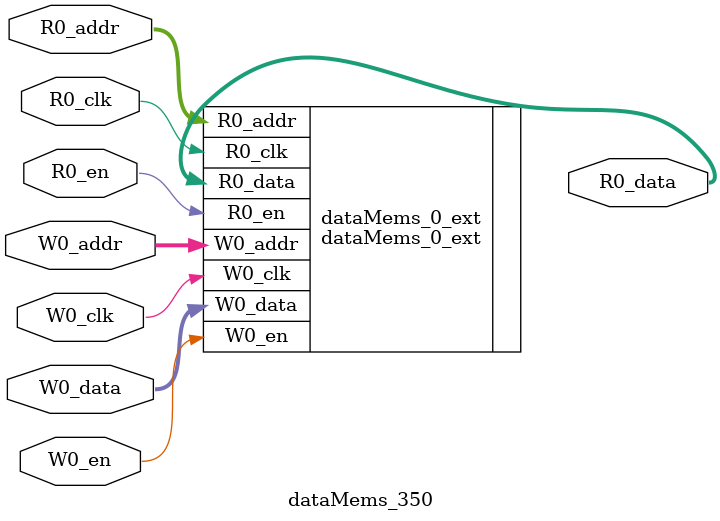
<source format=sv>
`ifndef RANDOMIZE
  `ifdef RANDOMIZE_REG_INIT
    `define RANDOMIZE
  `endif // RANDOMIZE_REG_INIT
`endif // not def RANDOMIZE
`ifndef RANDOMIZE
  `ifdef RANDOMIZE_MEM_INIT
    `define RANDOMIZE
  `endif // RANDOMIZE_MEM_INIT
`endif // not def RANDOMIZE

`ifndef RANDOM
  `define RANDOM $random
`endif // not def RANDOM

// Users can define 'PRINTF_COND' to add an extra gate to prints.
`ifndef PRINTF_COND_
  `ifdef PRINTF_COND
    `define PRINTF_COND_ (`PRINTF_COND)
  `else  // PRINTF_COND
    `define PRINTF_COND_ 1
  `endif // PRINTF_COND
`endif // not def PRINTF_COND_

// Users can define 'ASSERT_VERBOSE_COND' to add an extra gate to assert error printing.
`ifndef ASSERT_VERBOSE_COND_
  `ifdef ASSERT_VERBOSE_COND
    `define ASSERT_VERBOSE_COND_ (`ASSERT_VERBOSE_COND)
  `else  // ASSERT_VERBOSE_COND
    `define ASSERT_VERBOSE_COND_ 1
  `endif // ASSERT_VERBOSE_COND
`endif // not def ASSERT_VERBOSE_COND_

// Users can define 'STOP_COND' to add an extra gate to stop conditions.
`ifndef STOP_COND_
  `ifdef STOP_COND
    `define STOP_COND_ (`STOP_COND)
  `else  // STOP_COND
    `define STOP_COND_ 1
  `endif // STOP_COND
`endif // not def STOP_COND_

// Users can define INIT_RANDOM as general code that gets injected into the
// initializer block for modules with registers.
`ifndef INIT_RANDOM
  `define INIT_RANDOM
`endif // not def INIT_RANDOM

// If using random initialization, you can also define RANDOMIZE_DELAY to
// customize the delay used, otherwise 0.002 is used.
`ifndef RANDOMIZE_DELAY
  `define RANDOMIZE_DELAY 0.002
`endif // not def RANDOMIZE_DELAY

// Define INIT_RANDOM_PROLOG_ for use in our modules below.
`ifndef INIT_RANDOM_PROLOG_
  `ifdef RANDOMIZE
    `ifdef VERILATOR
      `define INIT_RANDOM_PROLOG_ `INIT_RANDOM
    `else  // VERILATOR
      `define INIT_RANDOM_PROLOG_ `INIT_RANDOM #`RANDOMIZE_DELAY begin end
    `endif // VERILATOR
  `else  // RANDOMIZE
    `define INIT_RANDOM_PROLOG_
  `endif // RANDOMIZE
`endif // not def INIT_RANDOM_PROLOG_

// Include register initializers in init blocks unless synthesis is set
`ifndef SYNTHESIS
  `ifndef ENABLE_INITIAL_REG_
    `define ENABLE_INITIAL_REG_
  `endif // not def ENABLE_INITIAL_REG_
`endif // not def SYNTHESIS

// Include rmemory initializers in init blocks unless synthesis is set
`ifndef SYNTHESIS
  `ifndef ENABLE_INITIAL_MEM_
    `define ENABLE_INITIAL_MEM_
  `endif // not def ENABLE_INITIAL_MEM_
`endif // not def SYNTHESIS

module dataMems_350(	// @[generators/ara/src/main/scala/UnsafeAXI4ToTL.scala:365:62]
  input  [4:0]  R0_addr,
  input         R0_en,
  input         R0_clk,
  output [66:0] R0_data,
  input  [4:0]  W0_addr,
  input         W0_en,
  input         W0_clk,
  input  [66:0] W0_data
);

  dataMems_0_ext dataMems_0_ext (	// @[generators/ara/src/main/scala/UnsafeAXI4ToTL.scala:365:62]
    .R0_addr (R0_addr),
    .R0_en   (R0_en),
    .R0_clk  (R0_clk),
    .R0_data (R0_data),
    .W0_addr (W0_addr),
    .W0_en   (W0_en),
    .W0_clk  (W0_clk),
    .W0_data (W0_data)
  );
endmodule


</source>
